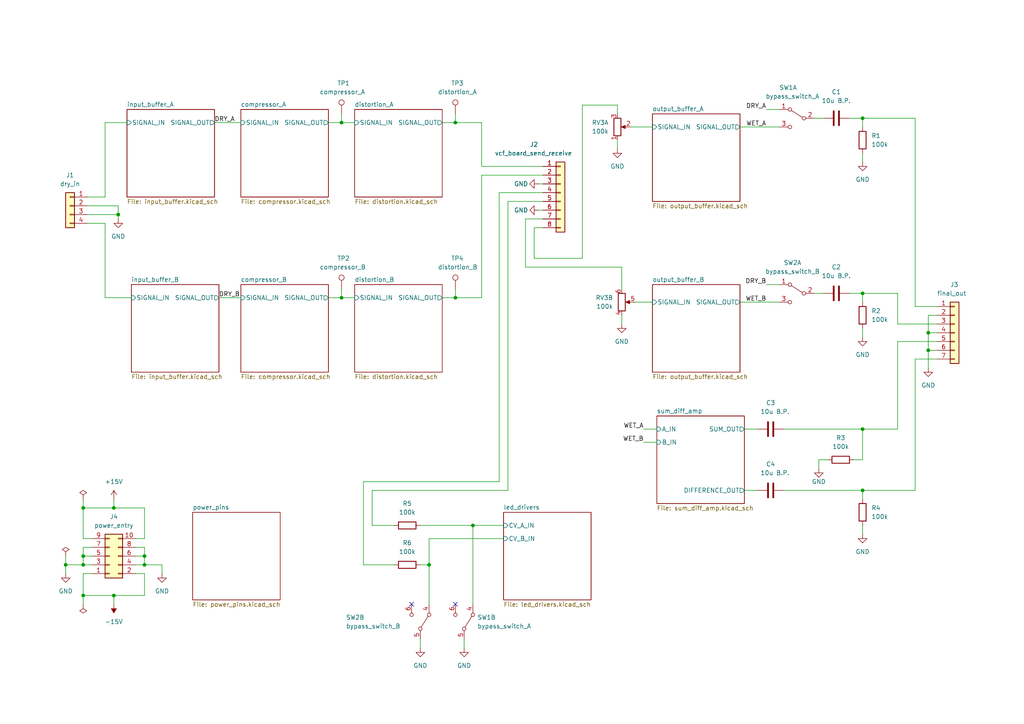
<source format=kicad_sch>
(kicad_sch (version 20211123) (generator eeschema)
  (paper "A4")
  (title_block (title "M.S.M. Stereo Lowpass Filter Pedal") (date "2022-05-20") (rev "0") (comment 2 "creativecommons.org/licenses/by/4.0") (comment 3 "License: CC by 4.0") (comment 4 "Author: Jordan Aceto"))
  (lib_symbols
    (symbol "Connector:TestPoint" (pin_numbers hide) (pin_names (offset 0.762) hide)
      (property "Reference" "TP" (at 0 6.858 0))
      (property "Value" "TestPoint" (at 0 5.08 0))
      (symbol "TestPoint_0_1"
        (circle (center 0 3.302) (radius 0.762))
      )
      (symbol "TestPoint_1_1"
        (pin passive line (at 0 0 90) (length 2.54) (name "1") (number "1"))
      )
    )
    (symbol "Connector_Generic:Conn_01x04" (pin_names (offset 1.016) hide)
      (property "Reference" "J" (at 0 5.08 0))
      (property "Value" "Conn_01x04" (at 0 -7.62 0))
      (symbol "Conn_01x04_1_1"
        (rectangle (start -1.27 -4.953) (end 0 -5.207) (stroke (width 0.1524)))
        (rectangle (start -1.27 -2.413) (end 0 -2.667) (stroke (width 0.1524)))
        (rectangle (start -1.27 0.127) (end 0 -0.127) (stroke (width 0.1524)))
        (rectangle (start -1.27 2.667) (end 0 2.413) (stroke (width 0.1524)))
        (rectangle (start -1.27 3.81) (end 1.27 -6.35) (stroke (width 0.254)) (fill (type background)))
        (pin passive line (at -5.08 2.54 0) (length 3.81) (name "Pin_1") (number "1"))
        (pin passive line (at -5.08 0 0) (length 3.81) (name "Pin_2") (number "2"))
        (pin passive line (at -5.08 -2.54 0) (length 3.81) (name "Pin_3") (number "3"))
        (pin passive line (at -5.08 -5.08 0) (length 3.81) (name "Pin_4") (number "4"))
      )
    )
    (symbol "Connector_Generic:Conn_01x07" (pin_names (offset 1.016) hide)
      (property "Reference" "J" (at 0 10.16 0))
      (property "Value" "Conn_01x07" (at 0 -10.16 0))
      (symbol "Conn_01x07_1_1"
        (rectangle (start -1.27 -7.493) (end 0 -7.747) (stroke (width 0.1524)))
        (rectangle (start -1.27 -4.953) (end 0 -5.207) (stroke (width 0.1524)))
        (rectangle (start -1.27 -2.413) (end 0 -2.667) (stroke (width 0.1524)))
        (rectangle (start -1.27 0.127) (end 0 -0.127) (stroke (width 0.1524)))
        (rectangle (start -1.27 2.667) (end 0 2.413) (stroke (width 0.1524)))
        (rectangle (start -1.27 5.207) (end 0 4.953) (stroke (width 0.1524)))
        (rectangle (start -1.27 7.747) (end 0 7.493) (stroke (width 0.1524)))
        (rectangle (start -1.27 8.89) (end 1.27 -8.89) (stroke (width 0.254)) (fill (type background)))
        (pin passive line (at -5.08 7.62 0) (length 3.81) (name "Pin_1") (number "1"))
        (pin passive line (at -5.08 5.08 0) (length 3.81) (name "Pin_2") (number "2"))
        (pin passive line (at -5.08 2.54 0) (length 3.81) (name "Pin_3") (number "3"))
        (pin passive line (at -5.08 0 0) (length 3.81) (name "Pin_4") (number "4"))
        (pin passive line (at -5.08 -2.54 0) (length 3.81) (name "Pin_5") (number "5"))
        (pin passive line (at -5.08 -5.08 0) (length 3.81) (name "Pin_6") (number "6"))
        (pin passive line (at -5.08 -7.62 0) (length 3.81) (name "Pin_7") (number "7"))
      )
    )
    (symbol "Connector_Generic:Conn_01x08" (pin_names (offset 1.016) hide)
      (property "Reference" "J" (at 0 10.16 0))
      (property "Value" "Conn_01x08" (at 0 -12.7 0))
      (symbol "Conn_01x08_1_1"
        (rectangle (start -1.27 -10.033) (end 0 -10.287) (stroke (width 0.1524)))
        (rectangle (start -1.27 -7.493) (end 0 -7.747) (stroke (width 0.1524)))
        (rectangle (start -1.27 -4.953) (end 0 -5.207) (stroke (width 0.1524)))
        (rectangle (start -1.27 -2.413) (end 0 -2.667) (stroke (width 0.1524)))
        (rectangle (start -1.27 0.127) (end 0 -0.127) (stroke (width 0.1524)))
        (rectangle (start -1.27 2.667) (end 0 2.413) (stroke (width 0.1524)))
        (rectangle (start -1.27 5.207) (end 0 4.953) (stroke (width 0.1524)))
        (rectangle (start -1.27 7.747) (end 0 7.493) (stroke (width 0.1524)))
        (rectangle (start -1.27 8.89) (end 1.27 -11.43) (stroke (width 0.254)) (fill (type background)))
        (pin passive line (at -5.08 7.62 0) (length 3.81) (name "Pin_1") (number "1"))
        (pin passive line (at -5.08 5.08 0) (length 3.81) (name "Pin_2") (number "2"))
        (pin passive line (at -5.08 2.54 0) (length 3.81) (name "Pin_3") (number "3"))
        (pin passive line (at -5.08 0 0) (length 3.81) (name "Pin_4") (number "4"))
        (pin passive line (at -5.08 -2.54 0) (length 3.81) (name "Pin_5") (number "5"))
        (pin passive line (at -5.08 -5.08 0) (length 3.81) (name "Pin_6") (number "6"))
        (pin passive line (at -5.08 -7.62 0) (length 3.81) (name "Pin_7") (number "7"))
        (pin passive line (at -5.08 -10.16 0) (length 3.81) (name "Pin_8") (number "8"))
      )
    )
    (symbol "Connector_Generic:Conn_02x05_Odd_Even" (pin_names (offset 1.016) hide)
      (property "Reference" "J" (at 1.27 7.62 0))
      (property "Value" "Conn_02x05_Odd_Even" (at 1.27 -7.62 0))
      (symbol "Conn_02x05_Odd_Even_1_1"
        (rectangle (start -1.27 -4.953) (end 0 -5.207) (stroke (width 0.1524)))
        (rectangle (start -1.27 -2.413) (end 0 -2.667) (stroke (width 0.1524)))
        (rectangle (start -1.27 0.127) (end 0 -0.127) (stroke (width 0.1524)))
        (rectangle (start -1.27 2.667) (end 0 2.413) (stroke (width 0.1524)))
        (rectangle (start -1.27 5.207) (end 0 4.953) (stroke (width 0.1524)))
        (rectangle (start -1.27 6.35) (end 3.81 -6.35) (stroke (width 0.254)) (fill (type background)))
        (rectangle (start 3.81 -4.953) (end 2.54 -5.207) (stroke (width 0.1524)))
        (rectangle (start 3.81 -2.413) (end 2.54 -2.667) (stroke (width 0.1524)))
        (rectangle (start 3.81 0.127) (end 2.54 -0.127) (stroke (width 0.1524)))
        (rectangle (start 3.81 2.667) (end 2.54 2.413) (stroke (width 0.1524)))
        (rectangle (start 3.81 5.207) (end 2.54 4.953) (stroke (width 0.1524)))
        (pin passive line (at -5.08 5.08 0) (length 3.81) (name "Pin_1") (number "1"))
        (pin passive line (at 7.62 -5.08 180) (length 3.81) (name "Pin_10") (number "10"))
        (pin passive line (at 7.62 5.08 180) (length 3.81) (name "Pin_2") (number "2"))
        (pin passive line (at -5.08 2.54 0) (length 3.81) (name "Pin_3") (number "3"))
        (pin passive line (at 7.62 2.54 180) (length 3.81) (name "Pin_4") (number "4"))
        (pin passive line (at -5.08 0 0) (length 3.81) (name "Pin_5") (number "5"))
        (pin passive line (at 7.62 0 180) (length 3.81) (name "Pin_6") (number "6"))
        (pin passive line (at -5.08 -2.54 0) (length 3.81) (name "Pin_7") (number "7"))
        (pin passive line (at 7.62 -2.54 180) (length 3.81) (name "Pin_8") (number "8"))
        (pin passive line (at -5.08 -5.08 0) (length 3.81) (name "Pin_9") (number "9"))
      )
    )
    (symbol "Device:C" (pin_numbers hide) (pin_names (offset 0.254))
      (property "Reference" "C" (at 0.635 2.54 0))
      (property "Value" "C" (at 0.635 -2.54 0))
      (symbol "C_0_1"
        (polyline (pts (xy -2.032 -0.762) (xy 2.032 -0.762)) (stroke (width 0.508)))
        (polyline (pts (xy -2.032 0.762) (xy 2.032 0.762)) (stroke (width 0.508)))
      )
      (symbol "C_1_1"
        (pin passive line (at 0 3.81 270) (length 2.794) (name "~") (number "1"))
        (pin passive line (at 0 -3.81 90) (length 2.794) (name "~") (number "2"))
      )
    )
    (symbol "Device:R" (pin_numbers hide) (pin_names (offset 0))
      (property "Reference" "R" (at 2.032 0 90))
      (property "Value" "R" (at 0 0 90))
      (symbol "R_0_1"
        (rectangle (start -1.016 -2.54) (end 1.016 2.54) (stroke (width 0.254)))
      )
      (symbol "R_1_1"
        (pin passive line (at 0 3.81 270) (length 1.27) (name "~") (number "1"))
        (pin passive line (at 0 -3.81 90) (length 1.27) (name "~") (number "2"))
      )
    )
    (symbol "Device:R_Potentiometer_Dual_Separate" (pin_names (offset 1.016) hide)
      (property "Reference" "RV" (at -4.445 0 90))
      (property "Value" "R_Potentiometer_Dual_Separate" (at -2.54 0 90))
      (symbol "R_Potentiometer_Dual_Separate_0_1"
        (polyline (pts (xy 2.54 0) (xy 1.524 0)))
        (polyline (pts (xy 1.143 0) (xy 2.286 0.508) (xy 2.286 -0.508) (xy 1.143 0)) (fill (type outline)))
        (rectangle (start 1.016 2.54) (end -1.016 -2.54) (stroke (width 0.254)))
      )
      (symbol "R_Potentiometer_Dual_Separate_1_1"
        (pin passive line (at 0 3.81 270) (length 1.27) (name "1") (number "1"))
        (pin passive line (at 3.81 0 180) (length 1.27) (name "2") (number "2"))
        (pin passive line (at 0 -3.81 90) (length 1.27) (name "3") (number "3"))
      )
      (symbol "R_Potentiometer_Dual_Separate_2_1"
        (pin passive line (at 0 3.81 270) (length 1.27) (name "4") (number "4"))
        (pin passive line (at 3.81 0 180) (length 1.27) (name "5") (number "5"))
        (pin passive line (at 0 -3.81 90) (length 1.27) (name "6") (number "6"))
      )
    )
    (symbol "Switch:SW_DPDT_x2" (pin_names (offset 0) hide)
      (property "Reference" "SW" (at 0 4.318 0))
      (property "Value" "SW_DPDT_x2" (at 0 -5.08 0))
      (symbol "SW_DPDT_x2_0_0"
        (circle (center -2.032 0) (radius 0.508))
        (circle (center 2.032 -2.54) (radius 0.508))
      )
      (symbol "SW_DPDT_x2_0_1"
        (polyline (pts (xy -1.524 0.254) (xy 1.651 2.286)))
        (circle (center 2.032 2.54) (radius 0.508))
      )
      (symbol "SW_DPDT_x2_1_1"
        (pin passive line (at 5.08 2.54 180) (length 2.54) (name "A") (number "1"))
        (pin passive line (at -5.08 0 0) (length 2.54) (name "B") (number "2"))
        (pin passive line (at 5.08 -2.54 180) (length 2.54) (name "C") (number "3"))
      )
      (symbol "SW_DPDT_x2_2_1"
        (pin passive line (at 5.08 2.54 180) (length 2.54) (name "A") (number "4"))
        (pin passive line (at -5.08 0 0) (length 2.54) (name "B") (number "5"))
        (pin passive line (at 5.08 -2.54 180) (length 2.54) (name "C") (number "6"))
      )
    )
    (symbol "power:+15V" (power) (pin_names (offset 0))
      (property "Value" "+15V" (at 0 3.556 0))
      (symbol "+15V_0_1"
        (polyline (pts (xy -0.762 1.27) (xy 0 2.54)))
        (polyline (pts (xy 0 0) (xy 0 2.54)))
        (polyline (pts (xy 0 2.54) (xy 0.762 1.27)))
      )
      (symbol "+15V_1_1"
        (pin power_in line (at 0 0 90) (length 0) hide (name "+15V") (number "1"))
      )
    )
    (symbol "power:-15V" (power) (pin_names (offset 0))
      (property "Value" "-15V" (at 0 3.81 0))
      (symbol "-15V_0_0"
        (pin power_in line (at 0 0 90) (length 0) hide (name "-15V") (number "1"))
      )
      (symbol "-15V_0_1"
        (polyline (pts (xy 0 0) (xy 0 1.27) (xy 0.762 1.27) (xy 0 2.54) (xy -0.762 1.27) (xy 0 1.27)) (fill (type outline)))
      )
    )
    (symbol "power:GND" (power) (pin_names (offset 0))
      (property "Value" "GND" (at 0 -3.81 0))
      (symbol "GND_0_1"
        (polyline (pts (xy 0 0) (xy 0 -1.27) (xy 1.27 -1.27) (xy 0 -2.54) (xy -1.27 -1.27) (xy 0 -1.27)))
      )
      (symbol "GND_1_1"
        (pin power_in line (at 0 0 270) (length 0) hide (name "GND") (number "1"))
      )
    )
    (symbol "power:PWR_FLAG" (power) (pin_numbers hide) (pin_names (offset 0) hide)
      (property "Value" "PWR_FLAG" (at 0 3.81 0))
      (symbol "PWR_FLAG_0_0"
        (pin power_out line (at 0 0 90) (length 0) (name "pwr") (number "1"))
      )
      (symbol "PWR_FLAG_0_1"
        (polyline (pts (xy 0 0) (xy 0 1.27) (xy -1.016 1.905) (xy 0 2.54) (xy 1.016 1.905) (xy 0 1.27)))
      )
    )
  )
  (junction (at 24.13 147.32))
  (junction (at 269.24 96.52))
  (junction (at 250.19 124.46))
  (junction (at 24.13 172.72))
  (junction (at 132.08 86.36))
  (junction (at 24.13 163.83))
  (junction (at 132.08 35.56))
  (junction (at 124.46 163.83))
  (junction (at 250.19 34.29))
  (junction (at 24.13 161.29))
  (junction (at 33.02 172.72))
  (junction (at 99.06 35.56))
  (junction (at 250.19 85.09))
  (junction (at 250.19 142.24))
  (junction (at 33.02 147.32))
  (junction (at 269.24 101.6))
  (junction (at 137.16 152.4))
  (junction (at 41.91 163.83))
  (junction (at 99.06 86.36))
  (junction (at 19.05 163.83))
  (junction (at 34.29 62.23))
  (junction (at 41.91 161.29))
  (no_connect (at 132.08 175.26))
  (no_connect (at 119.38 175.26))
  (wire (pts (xy 132.08 35.56) (xy 139.7 35.56)))
  (wire (pts (xy 41.91 166.37) (xy 39.37 166.37)))
  (wire (pts (xy 250.19 95.25) (xy 250.19 97.79)))
  (wire (pts (xy 250.19 142.24) (xy 227.33 142.24)))
  (wire (pts (xy 19.05 163.83) (xy 24.13 163.83)))
  (wire (pts (xy 107.95 152.4) (xy 114.3 152.4)))
  (wire (pts (xy 62.23 35.56) (xy 69.85 35.56)))
  (wire (pts (xy 41.91 172.72) (xy 41.91 166.37)))
  (wire (pts (xy 271.78 93.98) (xy 260.35 93.98)))
  (wire (pts (xy 132.08 86.36) (xy 139.7 86.36)))
  (wire (pts (xy 99.06 33.02) (xy 99.06 35.56)))
  (wire (pts (xy 30.48 57.15) (xy 30.48 35.56)))
  (wire (pts (xy 146.05 156.21) (xy 124.46 156.21)))
  (wire (pts (xy 24.13 172.72) (xy 33.02 172.72)))
  (wire (pts (xy 237.49 135.89) (xy 237.49 133.35)))
  (wire (pts (xy 157.48 53.34) (xy 156.21 53.34)))
  (wire (pts (xy 137.16 152.4) (xy 137.16 175.26)))
  (wire (pts (xy 219.71 142.24) (xy 215.9 142.24)))
  (wire (pts (xy 157.48 55.88) (xy 144.78 55.88)))
  (wire (pts (xy 250.19 142.24) (xy 250.19 144.78)))
  (wire (pts (xy 269.24 101.6) (xy 271.78 101.6)))
  (wire (pts (xy 24.13 158.75) (xy 26.67 158.75)))
  (wire (pts (xy 24.13 158.75) (xy 24.13 161.29)))
  (wire (pts (xy 265.43 34.29) (xy 265.43 88.9)))
  (wire (pts (xy 250.19 44.45) (xy 250.19 46.99)))
  (wire (pts (xy 139.7 50.8) (xy 157.48 50.8)))
  (wire (pts (xy 144.78 139.7) (xy 105.41 139.7)))
  (wire (pts (xy 168.91 74.93) (xy 168.91 30.48)))
  (wire (pts (xy 39.37 158.75) (xy 41.91 158.75)))
  (wire (pts (xy 33.02 172.72) (xy 33.02 175.26)))
  (wire (pts (xy 222.25 31.75) (xy 226.06 31.75)))
  (wire (pts (xy 41.91 161.29) (xy 41.91 158.75)))
  (wire (pts (xy 95.25 86.36) (xy 99.06 86.36)))
  (wire (pts (xy 34.29 62.23) (xy 34.29 59.69)))
  (wire (pts (xy 24.13 161.29) (xy 24.13 163.83)))
  (wire (pts (xy 260.35 124.46) (xy 260.35 99.06)))
  (wire (pts (xy 124.46 156.21) (xy 124.46 163.83)))
  (wire (pts (xy 99.06 86.36) (xy 102.87 86.36)))
  (wire (pts (xy 25.4 57.15) (xy 30.48 57.15)))
  (wire (pts (xy 269.24 96.52) (xy 271.78 96.52)))
  (wire (pts (xy 147.32 58.42) (xy 147.32 142.24)))
  (wire (pts (xy 24.13 161.29) (xy 26.67 161.29)))
  (wire (pts (xy 105.41 139.7) (xy 105.41 163.83)))
  (wire (pts (xy 250.19 34.29) (xy 265.43 34.29)))
  (wire (pts (xy 19.05 166.37) (xy 19.05 163.83)))
  (wire (pts (xy 39.37 163.83) (xy 41.91 163.83)))
  (wire (pts (xy 30.48 35.56) (xy 36.83 35.56)))
  (wire (pts (xy 215.9 124.46) (xy 219.71 124.46)))
  (wire (pts (xy 182.88 36.83) (xy 189.23 36.83)))
  (wire (pts (xy 132.08 33.02) (xy 132.08 35.56)))
  (wire (pts (xy 24.13 166.37) (xy 24.13 172.72)))
  (wire (pts (xy 147.32 142.24) (xy 107.95 142.24)))
  (wire (pts (xy 128.27 35.56) (xy 132.08 35.56)))
  (wire (pts (xy 24.13 144.78) (xy 24.13 147.32)))
  (wire (pts (xy 186.69 128.27) (xy 190.5 128.27)))
  (wire (pts (xy 260.35 93.98) (xy 260.35 85.09)))
  (wire (pts (xy 154.94 74.93) (xy 154.94 66.04)))
  (wire (pts (xy 134.62 185.42) (xy 134.62 187.96)))
  (wire (pts (xy 269.24 91.44) (xy 269.24 96.52)))
  (wire (pts (xy 157.48 48.26) (xy 139.7 48.26)))
  (wire (pts (xy 34.29 63.5) (xy 34.29 62.23)))
  (wire (pts (xy 154.94 66.04) (xy 157.48 66.04)))
  (wire (pts (xy 168.91 74.93) (xy 154.94 74.93)))
  (wire (pts (xy 39.37 156.21) (xy 41.91 156.21)))
  (wire (pts (xy 25.4 64.77) (xy 30.48 64.77)))
  (wire (pts (xy 222.25 82.55) (xy 226.06 82.55)))
  (wire (pts (xy 39.37 161.29) (xy 41.91 161.29)))
  (wire (pts (xy 152.4 77.47) (xy 152.4 63.5)))
  (wire (pts (xy 214.63 36.83) (xy 226.06 36.83)))
  (wire (pts (xy 99.06 83.82) (xy 99.06 86.36)))
  (wire (pts (xy 265.43 104.14) (xy 265.43 142.24)))
  (wire (pts (xy 25.4 62.23) (xy 34.29 62.23)))
  (wire (pts (xy 269.24 101.6) (xy 269.24 106.68)))
  (wire (pts (xy 237.49 133.35) (xy 240.03 133.35)))
  (wire (pts (xy 157.48 60.96) (xy 156.21 60.96)))
  (wire (pts (xy 137.16 152.4) (xy 146.05 152.4)))
  (wire (pts (xy 121.92 152.4) (xy 137.16 152.4)))
  (wire (pts (xy 95.25 35.56) (xy 99.06 35.56)))
  (wire (pts (xy 180.34 77.47) (xy 180.34 83.82)))
  (wire (pts (xy 34.29 59.69) (xy 25.4 59.69)))
  (wire (pts (xy 33.02 147.32) (xy 24.13 147.32)))
  (wire (pts (xy 265.43 104.14) (xy 271.78 104.14)))
  (wire (pts (xy 250.19 124.46) (xy 260.35 124.46)))
  (wire (pts (xy 247.65 133.35) (xy 250.19 133.35)))
  (wire (pts (xy 184.15 87.63) (xy 189.23 87.63)))
  (wire (pts (xy 236.22 34.29) (xy 238.76 34.29)))
  (wire (pts (xy 144.78 55.88) (xy 144.78 139.7)))
  (wire (pts (xy 107.95 142.24) (xy 107.95 152.4)))
  (wire (pts (xy 179.07 30.48) (xy 179.07 33.02)))
  (wire (pts (xy 33.02 144.78) (xy 33.02 147.32)))
  (wire (pts (xy 41.91 147.32) (xy 33.02 147.32)))
  (wire (pts (xy 180.34 91.44) (xy 180.34 93.98)))
  (wire (pts (xy 260.35 99.06) (xy 271.78 99.06)))
  (wire (pts (xy 152.4 63.5) (xy 157.48 63.5)))
  (wire (pts (xy 271.78 91.44) (xy 269.24 91.44)))
  (wire (pts (xy 24.13 175.26) (xy 24.13 172.72)))
  (wire (pts (xy 46.99 163.83) (xy 41.91 163.83)))
  (wire (pts (xy 30.48 86.36) (xy 38.1 86.36)))
  (wire (pts (xy 250.19 133.35) (xy 250.19 124.46)))
  (wire (pts (xy 19.05 161.29) (xy 19.05 163.83)))
  (wire (pts (xy 250.19 152.4) (xy 250.19 154.94)))
  (wire (pts (xy 63.5 86.36) (xy 69.85 86.36)))
  (wire (pts (xy 180.34 77.47) (xy 152.4 77.47)))
  (wire (pts (xy 26.67 166.37) (xy 24.13 166.37)))
  (wire (pts (xy 250.19 34.29) (xy 250.19 36.83)))
  (wire (pts (xy 179.07 40.64) (xy 179.07 43.18)))
  (wire (pts (xy 33.02 172.72) (xy 41.91 172.72)))
  (wire (pts (xy 214.63 87.63) (xy 226.06 87.63)))
  (wire (pts (xy 26.67 163.83) (xy 24.13 163.83)))
  (wire (pts (xy 250.19 85.09) (xy 260.35 85.09)))
  (wire (pts (xy 227.33 124.46) (xy 250.19 124.46)))
  (wire (pts (xy 46.99 166.37) (xy 46.99 163.83)))
  (wire (pts (xy 128.27 86.36) (xy 132.08 86.36)))
  (wire (pts (xy 269.24 96.52) (xy 269.24 101.6)))
  (wire (pts (xy 139.7 48.26) (xy 139.7 35.56)))
  (wire (pts (xy 99.06 35.56) (xy 102.87 35.56)))
  (wire (pts (xy 271.78 88.9) (xy 265.43 88.9)))
  (wire (pts (xy 265.43 142.24) (xy 250.19 142.24)))
  (wire (pts (xy 121.92 185.42) (xy 121.92 187.96)))
  (wire (pts (xy 30.48 64.77) (xy 30.48 86.36)))
  (wire (pts (xy 246.38 85.09) (xy 250.19 85.09)))
  (wire (pts (xy 132.08 83.82) (xy 132.08 86.36)))
  (wire (pts (xy 157.48 58.42) (xy 147.32 58.42)))
  (wire (pts (xy 24.13 147.32) (xy 24.13 156.21)))
  (wire (pts (xy 186.69 124.46) (xy 190.5 124.46)))
  (wire (pts (xy 124.46 175.26) (xy 124.46 163.83)))
  (wire (pts (xy 246.38 34.29) (xy 250.19 34.29)))
  (wire (pts (xy 168.91 30.48) (xy 179.07 30.48)))
  (wire (pts (xy 41.91 163.83) (xy 41.91 161.29)))
  (wire (pts (xy 124.46 163.83) (xy 121.92 163.83)))
  (wire (pts (xy 139.7 50.8) (xy 139.7 86.36)))
  (wire (pts (xy 236.22 85.09) (xy 238.76 85.09)))
  (wire (pts (xy 24.13 156.21) (xy 26.67 156.21)))
  (wire (pts (xy 41.91 156.21) (xy 41.91 147.32)))
  (wire (pts (xy 105.41 163.83) (xy 114.3 163.83)))
  (wire (pts (xy 250.19 85.09) (xy 250.19 87.63)))
  (label "WET_B" (at 186.69 128.27 180))
  (label "WET_A" (at 222.25 36.83 180))
  (label "WET_B" (at 222.25 87.63 180))
  (label "DRY_B" (at 63.5 86.36 0))
  (label "DRY_A" (at 62.23 35.56 0))
  (label "DRY_A" (at 222.25 31.75 180))
  (label "WET_A" (at 186.69 124.46 180))
  (label "DRY_B" (at 222.25 82.55 180))
  (symbol (lib_id "Device:C") (at 223.52 124.46 90) (unit 1)
    (property "Reference" "C3" (at 223.52 116.84 90))
    (property "Value" "10u B.P." (at 224.79 119.38 90))
    (property "Footprint" "Capacitor_THT:C_Radial_D6.3mm_H5.0mm_P2.50mm" (effects hide))
  )
  (symbol (lib_id "Device:R") (at 243.84 133.35 90) (unit 1)
    (property "Reference" "R3" (at 243.84 127 90))
    (property "Value" "100k" (at 243.84 129.54 90))
    (property "Footprint" "Resistor_SMD:R_0805_2012Metric" (effects hide))
  )
  (symbol (lib_id "Device:C") (at 242.57 34.29 90) (unit 1)
    (property "Reference" "C1" (at 242.57 26.67 90))
    (property "Value" "10u B.P." (at 242.57 29.21 90))
    (property "Footprint" "Capacitor_THT:C_Radial_D6.3mm_H5.0mm_P2.50mm" (effects hide))
  )
  (symbol (lib_id "Connector_Generic:Conn_02x05_Odd_Even") (at 31.75 161.29 0) (mirror x) (unit 1)
    (property "Reference" "J4" (at 33.02 149.86 0))
    (property "Value" "power_entry" (at 33.02 152.4 0))
    (property "Footprint" "Connector_IDC:IDC-Header_2x05_P2.54mm_Vertical" (effects hide))
  )
  (symbol (lib_id "power:-15V") (at 33.02 175.26 180) (unit 1)
    (property "Reference" "#PWR0104" (effects hide))
    (property "Value" "-15V" (at 33.02 180.34 0))
  )
  (symbol (lib_id "power:+15V") (at 33.02 144.78 0) (unit 1)
    (property "Reference" "#PWR0107" (effects hide))
    (property "Value" "+15V" (at 33.02 139.7 0))
  )
  (symbol (lib_id "Device:C") (at 223.52 142.24 90) (unit 1)
    (property "Reference" "C4" (at 223.52 134.62 90))
    (property "Value" "10u B.P." (at 224.79 137.16 90))
    (property "Footprint" "Capacitor_THT:C_Radial_D6.3mm_H5.0mm_P2.50mm" (effects hide))
  )
  (symbol (lib_id "Connector:TestPoint") (at 132.08 83.82 0) (unit 1)
    (property "Reference" "TP4" (at 130.81 74.93 0) (effects (justify left)))
    (property "Value" "distortion_B" (at 127 77.47 0) (effects (justify left)))
    (property "Footprint" "TestPoint:TestPoint_Keystone_5000-5004_Miniature" (effects hide))
  )
  (symbol (lib_id "Device:R") (at 118.11 152.4 90) (unit 1)
    (property "Reference" "R5" (at 118.11 146.05 90))
    (property "Value" "100k" (at 118.11 148.59 90))
    (property "Footprint" "Resistor_SMD:R_0805_2012Metric" (effects hide))
  )
  (symbol (lib_id "power:GND") (at 19.05 166.37 0) (mirror y) (unit 1)
    (property "Reference" "#PWR0105" (effects hide))
    (property "Value" "GND" (at 19.05 171.45 0))
  )
  (symbol (lib_id "Switch:SW_DPDT_x2") (at 231.14 34.29 0) (mirror y) (unit 1)
    (property "Reference" "SW1" (at 228.6 25.4 0))
    (property "Value" "bypass_switch_A" (at 229.87 27.94 0))
    (property "Footprint" "custom_footprints:DPDT_mini_toggle" (effects hide))
  )
  (symbol (lib_id "power:GND") (at 121.92 187.96 0) (unit 1)
    (property "Reference" "#PWR0110" (effects hide))
    (property "Value" "GND" (at 121.92 193.04 0))
  )
  (symbol (lib_id "Device:C") (at 242.57 85.09 90) (unit 1)
    (property "Reference" "C2" (at 242.57 77.47 90))
    (property "Value" "10u B.P." (at 242.57 80.01 90))
    (property "Footprint" "Capacitor_THT:C_Radial_D6.3mm_H5.0mm_P2.50mm" (effects hide))
  )
  (symbol (lib_id "power:PWR_FLAG") (at 24.13 144.78 0) (unit 1)
    (property "Reference" "#FLG0103" (effects hide))
    (property "Value" "PWR_FLAG" (effects hide))
  )
  (symbol (lib_id "power:GND") (at 250.19 46.99 0) (unit 1)
    (property "Reference" "#PWR02" (effects hide))
    (property "Value" "GND" (at 250.19 52.07 0))
  )
  (symbol (lib_id "Device:R") (at 250.19 148.59 0) (unit 1)
    (property "Reference" "R4" (at 252.73 147.3199 0) (effects (justify left)))
    (property "Value" "100k" (at 252.73 149.8599 0) (effects (justify left)))
    (property "Footprint" "Resistor_SMD:R_0805_2012Metric" (effects hide))
  )
  (symbol (lib_id "power:GND") (at 46.99 166.37 0) (unit 1)
    (property "Reference" "#PWR0108" (effects hide))
    (property "Value" "GND" (at 46.99 171.45 0))
  )
  (symbol (lib_id "power:GND") (at 269.24 106.68 0) (unit 1)
    (property "Reference" "#PWR0106" (effects hide))
    (property "Value" "GND" (at 269.24 111.76 0))
  )
  (symbol (lib_id "Connector_Generic:Conn_01x08") (at 162.56 55.88 0) (unit 1)
    (property "Reference" "J2" (at 153.67 41.91 0) (effects (justify left)))
    (property "Value" "vcf_board_send_receive" (at 143.51 44.45 0) (effects (justify left)))
    (property "Footprint" "Connector_Molex:Molex_KK-254_AE-6410-08A_1x08_P2.54mm_Vertical" (effects hide))
  )
  (symbol (lib_id "Connector:TestPoint") (at 99.06 33.02 0) (unit 1)
    (property "Reference" "TP1" (at 97.79 24.13 0) (effects (justify left)))
    (property "Value" "compressor_A" (at 92.71 26.67 0) (effects (justify left)))
    (property "Footprint" "TestPoint:TestPoint_Keystone_5000-5004_Miniature" (effects hide))
  )
  (symbol (lib_id "power:GND") (at 250.19 154.94 0) (unit 1)
    (property "Reference" "#PWR04" (effects hide))
    (property "Value" "GND" (at 250.19 160.02 0))
  )
  (symbol (lib_id "power:PWR_FLAG") (at 19.05 161.29 0) (unit 1)
    (property "Reference" "#FLG0102" (effects hide))
    (property "Value" "PWR_FLAG" (effects hide))
  )
  (symbol (lib_id "power:GND") (at 237.49 135.89 0) (unit 1)
    (property "Reference" "#PWR01" (effects hide))
    (property "Value" "GND" (at 237.49 139.7 0))
  )
  (symbol (lib_id "Connector:TestPoint") (at 99.06 83.82 0) (unit 1)
    (property "Reference" "TP2" (at 97.79 74.93 0) (effects (justify left)))
    (property "Value" "compressor_B" (at 92.71 77.47 0) (effects (justify left)))
    (property "Footprint" "TestPoint:TestPoint_Keystone_5000-5004_Miniature" (effects hide))
  )
  (symbol (lib_id "power:PWR_FLAG") (at 24.13 175.26 180) (unit 1)
    (property "Reference" "#FLG0101" (effects hide))
    (property "Value" "PWR_FLAG" (effects hide))
  )
  (symbol (lib_id "power:GND") (at 134.62 187.96 0) (unit 1)
    (property "Reference" "#PWR0111" (effects hide))
    (property "Value" "GND" (at 134.62 193.04 0))
  )
  (symbol (lib_id "power:GND") (at 179.07 43.18 0) (unit 1)
    (property "Reference" "#PWR0103" (effects hide))
    (property "Value" "GND" (at 179.07 48.26 0))
  )
  (symbol (lib_id "Device:R") (at 118.11 163.83 90) (unit 1)
    (property "Reference" "R6" (at 118.11 157.48 90))
    (property "Value" "100k" (at 118.11 160.02 90))
    (property "Footprint" "Resistor_SMD:R_0805_2012Metric" (effects hide))
  )
  (symbol (lib_id "Connector:TestPoint") (at 132.08 33.02 0) (unit 1)
    (property "Reference" "TP3" (at 130.81 24.13 0) (effects (justify left)))
    (property "Value" "distortion_A" (at 127 26.67 0) (effects (justify left)))
    (property "Footprint" "TestPoint:TestPoint_Keystone_5000-5004_Miniature" (effects hide))
  )
  (symbol (lib_id "Device:R") (at 250.19 40.64 180) (unit 1)
    (property "Reference" "R1" (at 252.73 39.3699 0) (effects (justify right)))
    (property "Value" "100k" (at 252.73 41.9099 0) (effects (justify right)))
    (property "Footprint" "Resistor_SMD:R_0805_2012Metric" (effects hide))
  )
  (symbol (lib_id "power:GND") (at 34.29 63.5 0) (unit 1)
    (property "Reference" "#PWR0114" (effects hide))
    (property "Value" "GND" (at 34.29 68.58 0))
  )
  (symbol (lib_id "power:GND") (at 250.19 97.79 0) (unit 1)
    (property "Reference" "#PWR03" (effects hide))
    (property "Value" "GND" (at 250.19 102.87 0))
  )
  (symbol (lib_id "Switch:SW_DPDT_x2") (at 134.62 180.34 270) (mirror x) (unit 2)
    (property "Reference" "SW1" (at 138.43 179.0699 90) (effects (justify left)))
    (property "Value" "bypass_switch_A" (at 138.43 181.6099 90) (effects (justify left)))
    (property "Footprint" "custom_footprints:DPDT_mini_toggle" (effects hide))
  )
  (symbol (lib_id "power:GND") (at 156.21 53.34 270) (mirror x) (unit 1)
    (property "Reference" "#PWR0101" (effects hide))
    (property "Value" "GND" (at 151.13 53.34 90))
  )
  (symbol (lib_id "Switch:SW_DPDT_x2") (at 121.92 180.34 270) (mirror x) (unit 2)
    (property "Reference" "SW2" (at 100.33 179.07 90) (effects (justify left)))
    (property "Value" "bypass_switch_B" (at 100.33 181.61 90) (effects (justify left)))
    (property "Footprint" "custom_footprints:DPDT_mini_toggle" (effects hide))
  )
  (symbol (lib_id "Device:R_Potentiometer_Dual_Separate") (at 179.07 36.83 0) (mirror x) (unit 1)
    (property "Reference" "RV3" (at 176.53 35.5599 0) (effects (justify right)))
    (property "Value" "100k" (at 176.53 38.0999 0) (effects (justify right)))
    (property "Footprint" "Potentiometer_THT:Potentiometer_Alpha_RD902F-40-00D_Dual_Vertical" (effects hide))
  )
  (symbol (lib_id "Connector_Generic:Conn_01x04") (at 20.32 59.69 0) (mirror y) (unit 1)
    (property "Reference" "J1" (at 20.32 50.8 0))
    (property "Value" "dry_in" (at 20.32 53.34 0))
    (property "Footprint" "Connector_Molex:Molex_KK-254_AE-6410-04A_1x04_P2.54mm_Vertical" (effects hide))
  )
  (symbol (lib_id "power:GND") (at 156.21 60.96 270) (mirror x) (unit 1)
    (property "Reference" "#PWR0109" (effects hide))
    (property "Value" "GND" (at 151.13 60.96 90))
  )
  (symbol (lib_id "power:GND") (at 180.34 93.98 0) (unit 1)
    (property "Reference" "#PWR0102" (effects hide))
    (property "Value" "GND" (at 180.34 99.06 0))
  )
  (symbol (lib_id "Connector_Generic:Conn_01x07") (at 276.86 96.52 0) (unit 1)
    (property "Reference" "J3" (at 275.59 82.55 0) (effects (justify left)))
    (property "Value" "final_out" (at 271.78 85.09 0) (effects (justify left)))
    (property "Footprint" "Connector_Molex:Molex_KK-254_AE-6410-07A_1x07_P2.54mm_Vertical" (effects hide))
  )
  (symbol (lib_id "Device:R") (at 250.19 91.44 0) (unit 1)
    (property "Reference" "R2" (at 252.73 90.1699 0) (effects (justify left)))
    (property "Value" "100k" (at 252.73 92.7099 0) (effects (justify left)))
    (property "Footprint" "Resistor_SMD:R_0805_2012Metric" (effects hide))
  )
  (symbol (lib_id "Device:R_Potentiometer_Dual_Separate") (at 180.34 87.63 0) (mirror x) (unit 2)
    (property "Reference" "RV3" (at 177.8 86.3599 0) (effects (justify right)))
    (property "Value" "100k" (at 177.8 88.8999 0) (effects (justify right)))
    (property "Footprint" "Potentiometer_THT:Potentiometer_Alpha_RD902F-40-00D_Dual_Vertical" (effects hide))
  )
  (symbol (lib_id "Switch:SW_DPDT_x2") (at 231.14 85.09 0) (mirror y) (unit 1)
    (property "Reference" "SW2" (at 229.87 76.2 0))
    (property "Value" "bypass_switch_B" (at 229.87 78.74 0))
    (property "Footprint" "custom_footprints:DPDT_mini_toggle" (effects hide))
  )
  (sheet (at 38.1 82.55) (size 25.4 25.4) (stroke (width 0.1524))
    (property "Sheet name" "input_buffer_B" (at 38.1 81.8384 0) (effects (justify left bottom)))
    (property "Sheet file" "input_buffer.kicad_sch" (at 38.1 108.5346 0) (effects (justify left top)))
    (pin "SIGNAL_IN" input (at 38.1 86.36 180))
    (pin "SIGNAL_OUT" output (at 63.5 86.36 0))
  )
  (sheet (at 190.5 120.65) (size 25.4 25.4) (stroke (width 0.1524))
    (property "Sheet name" "sum_diff_amp" (at 190.5 119.9384 0) (effects (justify left bottom)))
    (property "Sheet file" "sum_diff_amp.kicad_sch" (at 190.5 146.6346 0) (effects (justify left top)))
    (pin "DIFFERENCE_OUT" output (at 215.9 142.24 0))
    (pin "SUM_OUT" output (at 215.9 124.46 0))
    (pin "A_IN" input (at 190.5 124.46 180))
    (pin "B_IN" input (at 190.5 128.27 180))
  )
  (sheet (at 55.88 148.59) (size 25.4 25.4) (stroke (width 0.1524))
    (property "Sheet name" "power_pins" (at 55.88 147.8784 0) (effects (justify left bottom)))
    (property "Sheet file" "power_pins.kicad_sch" (at 55.88 174.5746 0) (effects (justify left top)))
  )
  (sheet (at 189.23 33.02) (size 25.4 25.4) (stroke (width 0.1524))
    (property "Sheet name" "output_buffer_A" (at 189.23 32.3084 0) (effects (justify left bottom)))
    (property "Sheet file" "output_buffer.kicad_sch" (at 189.23 59.0046 0) (effects (justify left top)))
    (pin "SIGNAL_IN" input (at 189.23 36.83 180))
    (pin "SIGNAL_OUT" output (at 214.63 36.83 0))
  )
  (sheet (at 69.85 31.75) (size 25.4 25.4) (stroke (width 0.1524))
    (property "Sheet name" "compressor_A" (at 69.85 31.0384 0) (effects (justify left bottom)))
    (property "Sheet file" "compressor.kicad_sch" (at 69.85 57.7346 0) (effects (justify left top)))
    (pin "SIGNAL_OUT" output (at 95.25 35.56 0))
    (pin "SIGNAL_IN" input (at 69.85 35.56 180))
  )
  (sheet (at 189.23 82.55) (size 25.4 25.4) (stroke (width 0.1524))
    (property "Sheet name" "output_buffer_B" (at 189.23 81.8384 0) (effects (justify left bottom)))
    (property "Sheet file" "output_buffer.kicad_sch" (at 189.23 108.5346 0) (effects (justify left top)))
    (pin "SIGNAL_IN" input (at 189.23 87.63 180))
    (pin "SIGNAL_OUT" output (at 214.63 87.63 0))
  )
  (sheet (at 69.85 82.55) (size 25.4 25.4) (stroke (width 0.1524))
    (property "Sheet name" "compressor_B" (at 69.85 81.8384 0) (effects (justify left bottom)))
    (property "Sheet file" "compressor.kicad_sch" (at 69.85 108.5346 0) (effects (justify left top)))
    (pin "SIGNAL_OUT" output (at 95.25 86.36 0))
    (pin "SIGNAL_IN" input (at 69.85 86.36 180))
  )
  (sheet (at 146.05 148.59) (size 25.4 25.4) (stroke (width 0.1524))
    (property "Sheet name" "led_drivers" (at 146.05 147.8784 0) (effects (justify left bottom)))
    (property "Sheet file" "led_drivers.kicad_sch" (at 146.05 174.5746 0) (effects (justify left top)))
    (pin "CV_A_IN" input (at 146.05 152.4 180))
    (pin "CV_B_IN" input (at 146.05 156.21 180))
  )
  (sheet (at 102.87 82.55) (size 25.4 25.4) (stroke (width 0.1524))
    (property "Sheet name" "distortion_B" (at 102.87 81.8384 0) (effects (justify left bottom)))
    (property "Sheet file" "distortion.kicad_sch" (at 102.87 108.5346 0) (effects (justify left top)))
    (pin "SIGNAL_IN" input (at 102.87 86.36 180))
    (pin "SIGNAL_OUT" output (at 128.27 86.36 0))
  )
  (sheet (at 102.87 31.75) (size 25.4 25.4) (stroke (width 0.1524))
    (property "Sheet name" "distortion_A" (at 102.87 31.0384 0) (effects (justify left bottom)))
    (property "Sheet file" "distortion.kicad_sch" (at 102.87 57.7346 0) (effects (justify left top)))
    (pin "SIGNAL_IN" input (at 102.87 35.56 180))
    (pin "SIGNAL_OUT" output (at 128.27 35.56 0))
  )
  (sheet (at 36.83 31.75) (size 25.4 25.4) (stroke (width 0.1524))
    (property "Sheet name" "input_buffer_A" (at 36.83 31.0384 0) (effects (justify left bottom)))
    (property "Sheet file" "input_buffer.kicad_sch" (at 36.83 57.7346 0) (effects (justify left top)))
    (pin "SIGNAL_IN" input (at 36.83 35.56 180))
    (pin "SIGNAL_OUT" output (at 62.23 35.56 0))
  )
)
</source>
